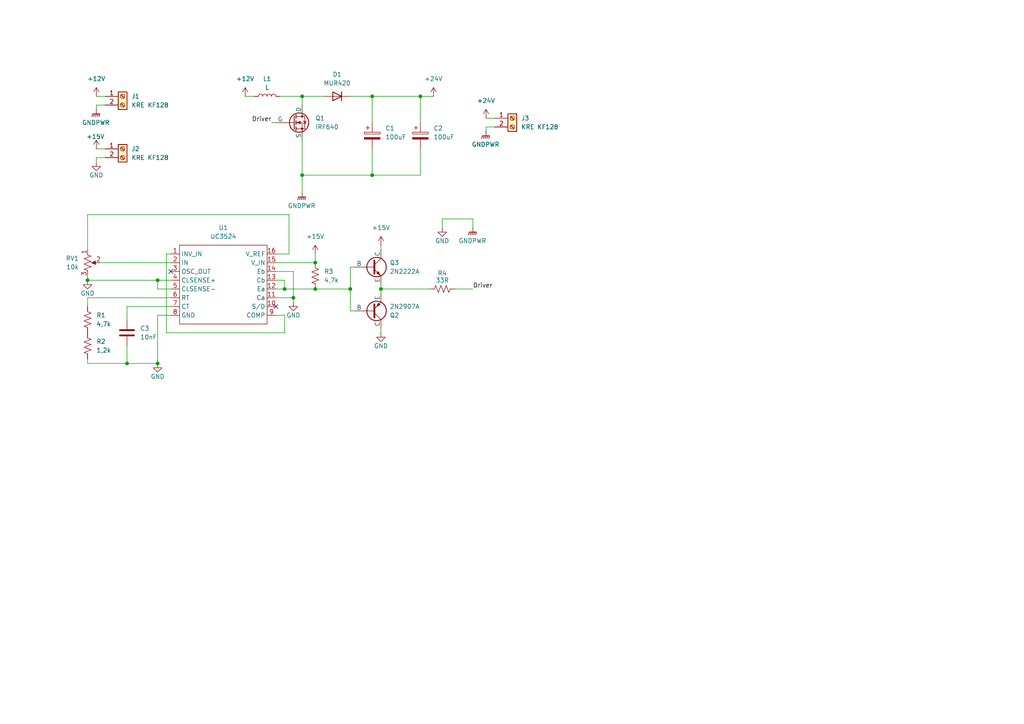
<source format=kicad_sch>
(kicad_sch (version 20250114) (generator "eeschema") (generator_version "9.0")
  (paper "A4")
  (lib_symbols
    (symbol "Connector:Screw_Terminal_01x02" (pin_names (offset 1.016) (hide yes))
      (property "Reference" "J" (at 0 2.54 0))
      (property "Value" "Screw_Terminal_01x02" (at 0 -5.08 0))
      (symbol "Screw_Terminal_01x02_1_1"
        (rectangle (start -1.27 1.27) (end 1.27 -3.81) (stroke (width 0.254)) (fill (type background)))
        (polyline (pts (xy -0.5334 0.3302) (xy 0.3302 -0.508)) (stroke (width 0.1524)))
        (polyline (pts (xy -0.5334 -2.2098) (xy 0.3302 -3.048)) (stroke (width 0.1524)))
        (polyline (pts (xy -0.3556 0.508) (xy 0.508 -0.3302)) (stroke (width 0.1524)))
        (polyline (pts (xy -0.3556 -2.032) (xy 0.508 -2.8702)) (stroke (width 0.1524)))
        (circle (center 0 0) (radius 0.635) (stroke (width 0.1524)))
        (circle (center 0 -2.54) (radius 0.635) (stroke (width 0.1524)))
        (pin passive line (at -5.08 0 0) (length 3.81) (name "Pin_1") (number "1"))
        (pin passive line (at -5.08 -2.54 0) (length 3.81) (name "Pin_2") (number "2"))
      )
    )
    (symbol "Device:C" (pin_numbers (hide yes)) (pin_names (offset 0.254))
      (property "Reference" "C" (at 0.635 2.54 0))
      (property "Value" "C" (at 0.635 -2.54 0))
      (symbol "C_0_1"
        (polyline (pts (xy -2.032 0.762) (xy 2.032 0.762)) (stroke (width 0.508)))
        (polyline (pts (xy -2.032 -0.762) (xy 2.032 -0.762)) (stroke (width 0.508)))
      )
      (symbol "C_1_1"
        (pin passive line (at 0 3.81 270) (length 2.794) (name "~") (number "1"))
        (pin passive line (at 0 -3.81 90) (length 2.794) (name "~") (number "2"))
      )
    )
    (symbol "Device:C_Polarized" (pin_numbers (hide yes)) (pin_names (offset 0.254))
      (property "Reference" "C" (at 0.635 2.54 0))
      (property "Value" "C_Polarized" (at 0.635 -2.54 0))
      (symbol "C_Polarized_0_1"
        (rectangle (start -2.286 0.508) (end 2.286 1.016))
        (polyline (pts (xy -1.778 2.286) (xy -0.762 2.286)))
        (polyline (pts (xy -1.27 2.794) (xy -1.27 1.778)))
        (rectangle (start 2.286 -0.508) (end -2.286 -1.016) (fill (type outline)))
      )
      (symbol "C_Polarized_1_1"
        (pin passive line (at 0 3.81 270) (length 2.794) (name "~") (number "1"))
        (pin passive line (at 0 -3.81 90) (length 2.794) (name "~") (number "2"))
      )
    )
    (symbol "Device:D" (pin_numbers (hide yes)) (pin_names (offset 1.016) (hide yes))
      (property "Reference" "D" (at 0 2.54 0))
      (property "Value" "D" (at 0 -2.54 0))
      (symbol "D_0_1"
        (polyline (pts (xy -1.27 1.27) (xy -1.27 -1.27)) (stroke (width 0.254)))
        (polyline (pts (xy 1.27 1.27) (xy 1.27 -1.27) (xy -1.27 0) (xy 1.27 1.27)) (stroke (width 0.254)))
        (polyline (pts (xy 1.27 0) (xy -1.27 0)))
      )
      (symbol "D_1_1"
        (pin passive line (at -3.81 0 0) (length 2.54) (name "K") (number "1"))
        (pin passive line (at 3.81 0 180) (length 2.54) (name "A") (number "2"))
      )
    )
    (symbol "Device:L" (pin_numbers (hide yes)) (pin_names (offset 1.016) (hide yes))
      (property "Reference" "L" (at -1.27 0 90))
      (property "Value" "L" (at 1.905 0 90))
      (symbol "L_0_1"
        (arc (start 0 2.54) (mid 0.6323 1.905) (end 0 1.27))
        (arc (start 0 1.27) (mid 0.6323 0.635) (end 0 0))
        (arc (start 0 0) (mid 0.6323 -0.635) (end 0 -1.27))
        (arc (start 0 -1.27) (mid 0.6323 -1.905) (end 0 -2.54))
      )
      (symbol "L_1_1"
        (pin passive line (at 0 3.81 270) (length 1.27) (name "1") (number "1"))
        (pin passive line (at 0 -3.81 90) (length 1.27) (name "2") (number "2"))
      )
    )
    (symbol "Device:R_Potentiometer_US" (pin_names (offset 1.016) (hide yes))
      (property "Reference" "RV" (at -4.445 0 90))
      (property "Value" "R_Potentiometer_US" (at -2.54 0 90))
      (symbol "R_Potentiometer_US_0_1"
        (polyline (pts (xy 0 2.54) (xy 0 2.286)))
        (polyline (pts (xy 0 2.286) (xy 1.016 1.905) (xy 0 1.524) (xy -1.016 1.143) (xy 0 0.762)))
        (polyline (pts (xy 0 0.762) (xy 1.016 0.381) (xy 0 0) (xy -1.016 -0.381) (xy 0 -0.762)))
        (polyline (pts (xy 0 -0.762) (xy 1.016 -1.143) (xy 0 -1.524) (xy -1.016 -1.905) (xy 0 -2.286)))
        (polyline (pts (xy 0 -2.286) (xy 0 -2.54)))
        (polyline (pts (xy 1.143 0) (xy 2.286 0.508) (xy 2.286 -0.508) (xy 1.143 0)) (fill (type outline)))
        (polyline (pts (xy 2.54 0) (xy 1.524 0)))
      )
      (symbol "R_Potentiometer_US_1_1"
        (pin passive line (at 0 3.81 270) (length 1.27) (name "1") (number "1"))
        (pin passive line (at 0 -3.81 90) (length 1.27) (name "3") (number "3"))
        (pin passive line (at 3.81 0 180) (length 1.27) (name "2") (number "2"))
      )
    )
    (symbol "Device:R_US" (pin_numbers (hide yes)) (pin_names (offset 0))
      (property "Reference" "R" (at 2.54 0 90))
      (property "Value" "R_US" (at -2.54 0 90))
      (symbol "R_US_0_1"
        (polyline (pts (xy 0 2.286) (xy 0 2.54)))
        (polyline (pts (xy 0 2.286) (xy 1.016 1.905) (xy 0 1.524) (xy -1.016 1.143) (xy 0 0.762)))
        (polyline (pts (xy 0 0.762) (xy 1.016 0.381) (xy 0 0) (xy -1.016 -0.381) (xy 0 -0.762)))
        (polyline (pts (xy 0 -0.762) (xy 1.016 -1.143) (xy 0 -1.524) (xy -1.016 -1.905) (xy 0 -2.286)))
        (polyline (pts (xy 0 -2.286) (xy 0 -2.54)))
      )
      (symbol "R_US_1_1"
        (pin passive line (at 0 3.81 270) (length 1.27) (name "~") (number "1"))
        (pin passive line (at 0 -3.81 90) (length 1.27) (name "~") (number "2"))
      )
    )
    (symbol "Simulation_SPICE:NMOS" (pin_numbers (hide yes)) (pin_names (offset 0))
      (property "Reference" "Q" (at 5.08 1.27 0))
      (property "Value" "NMOS" (at 5.08 -1.27 0))
      (symbol "NMOS_0_1"
        (polyline (pts (xy 0.254 1.905) (xy 0.254 -1.905)) (stroke (width 0.254)))
        (polyline (pts (xy 0.254 0) (xy -2.54 0)))
        (polyline (pts (xy 0.762 2.286) (xy 0.762 1.27)) (stroke (width 0.254)))
        (polyline (pts (xy 0.762 0.508) (xy 0.762 -0.508)) (stroke (width 0.254)))
        (polyline (pts (xy 0.762 -1.27) (xy 0.762 -2.286)) (stroke (width 0.254)))
        (polyline (pts (xy 0.762 -1.778) (xy 3.302 -1.778) (xy 3.302 1.778) (xy 0.762 1.778)))
        (polyline (pts (xy 1.016 0) (xy 2.032 0.381) (xy 2.032 -0.381) (xy 1.016 0)) (fill (type outline)))
        (circle (center 1.651 0) (radius 2.794) (stroke (width 0.254)))
        (polyline (pts (xy 2.54 2.54) (xy 2.54 1.778)))
        (circle (center 2.54 1.778) (radius 0.254) (fill (type outline)))
        (circle (center 2.54 -1.778) (radius 0.254) (fill (type outline)))
        (polyline (pts (xy 2.54 -2.54) (xy 2.54 0) (xy 0.762 0)))
        (polyline (pts (xy 2.794 0.508) (xy 2.921 0.381) (xy 3.683 0.381) (xy 3.81 0.254)))
        (polyline (pts (xy 3.302 0.381) (xy 2.921 -0.254) (xy 3.683 -0.254) (xy 3.302 0.381)))
      )
      (symbol "NMOS_1_1"
        (pin input line (at -5.08 0 0) (length 2.54) (name "G") (number "2"))
        (pin passive line (at 2.54 5.08 270) (length 2.54) (name "D") (number "1"))
        (pin passive line (at 2.54 -5.08 90) (length 2.54) (name "S") (number "3"))
      )
    )
    (symbol "Simulation_SPICE:NPN" (pin_numbers (hide yes)) (pin_names (offset 0))
      (property "Reference" "Q" (at -2.54 7.62 0))
      (property "Value" "NPN" (at -2.54 5.08 0))
      (symbol "NPN_0_1"
        (polyline (pts (xy -2.54 0) (xy 0.635 0)) (stroke (width 0.1524)))
        (polyline (pts (xy 0.635 1.905) (xy 0.635 -1.905) (xy 0.635 -1.905)) (stroke (width 0.508)))
        (polyline (pts (xy 0.635 0.635) (xy 2.54 2.54)))
        (polyline (pts (xy 0.635 -0.635) (xy 2.54 -2.54) (xy 2.54 -2.54)))
        (circle (center 1.27 0) (radius 2.8194) (stroke (width 0.254)))
        (polyline (pts (xy 1.27 -1.778) (xy 1.778 -1.27) (xy 2.286 -2.286) (xy 1.27 -1.778) (xy 1.27 -1.778)) (fill (type outline)))
        (polyline (pts (xy 2.794 -1.27) (xy 2.794 -1.27)) (stroke (width 0.1524)))
        (polyline (pts (xy 2.794 -1.27) (xy 2.794 -1.27)) (stroke (width 0.1524)))
      )
      (symbol "NPN_1_1"
        (pin input line (at -5.08 0 0) (length 2.54) (name "B") (number "2"))
        (pin open_collector line (at 2.54 5.08 270) (length 2.54) (name "C") (number "1"))
        (pin open_emitter line (at 2.54 -5.08 90) (length 2.54) (name "E") (number "3"))
      )
    )
    (symbol "Simulation_SPICE:PNP" (pin_numbers (hide yes)) (pin_names (offset 0))
      (property "Reference" "Q" (at -2.54 7.62 0))
      (property "Value" "PNP" (at -2.54 5.08 0))
      (symbol "PNP_0_1"
        (polyline (pts (xy -2.54 0) (xy 0.635 0)) (stroke (width 0.1524)))
        (polyline (pts (xy 0.635 1.905) (xy 0.635 -1.905) (xy 0.635 -1.905)) (stroke (width 0.508)))
        (polyline (pts (xy 0.635 0.635) (xy 2.54 2.54)))
        (polyline (pts (xy 0.635 -0.635) (xy 2.54 -2.54) (xy 2.54 -2.54)))
        (circle (center 1.27 0) (radius 2.8194) (stroke (width 0.254)))
        (polyline (pts (xy 2.286 -1.778) (xy 1.778 -2.286) (xy 1.27 -1.27) (xy 2.286 -1.778) (xy 2.286 -1.778)) (fill (type outline)))
      )
      (symbol "PNP_1_1"
        (pin input line (at -5.08 0 0) (length 2.54) (name "B") (number "2"))
        (pin open_collector line (at 2.54 5.08 270) (length 2.54) (name "C") (number "1"))
        (pin open_emitter line (at 2.54 -5.08 90) (length 2.54) (name "E") (number "3"))
      )
    )
    (symbol "UC3524:_1"
      (property "Reference" "U" (at 0 -12.7 0))
      (symbol "_1_0_1"
        (rectangle (start -12.7 11.43) (end 12.7 -11.43))
      )
      (symbol "_1_1_1"
        (pin input line (at -15.24 8.89 0) (length 2.54) (name "INV_IN") (number "1"))
        (pin input line (at -15.24 6.35 0) (length 2.54) (name "IN") (number "2"))
        (pin output line (at -15.24 3.81 0) (length 2.54) (name "OSC_OUT") (number "3"))
        (pin output line (at -15.24 1.27 0) (length 2.54) (name "CLSENSE+") (number "4"))
        (pin output line (at -15.24 -1.27 0) (length 2.54) (name "CLSENSE-") (number "5"))
        (pin bidirectional line (at -15.24 -3.81 0) (length 2.54) (name "RT") (number "6"))
        (pin bidirectional line (at -15.24 -6.35 0) (length 2.54) (name "CT") (number "7"))
        (pin bidirectional line (at -15.24 -8.89 0) (length 2.54) (name "GND") (number "8"))
        (pin bidirectional line (at 15.24 8.89 180) (length 2.54) (name "V_REF") (number "16"))
        (pin bidirectional line (at 15.24 6.35 180) (length 2.54) (name "V_IN") (number "15"))
        (pin bidirectional line (at 15.24 3.81 180) (length 2.54) (name "Eb") (number "14"))
        (pin bidirectional line (at 15.24 1.27 180) (length 2.54) (name "Cb") (number "13"))
        (pin bidirectional line (at 15.24 -1.27 180) (length 2.54) (name "Ea") (number "12"))
        (pin bidirectional line (at 15.24 -3.81 180) (length 2.54) (name "Ca") (number "11"))
        (pin bidirectional line (at 15.24 -6.35 180) (length 2.54) (name "S/D") (number "10"))
        (pin bidirectional line (at 15.24 -8.89 180) (length 2.54) (name "COMP") (number "9"))
      )
    )
    (symbol "power:+12V" (power) (pin_numbers (hide yes)) (pin_names (offset 0) (hide yes))
      (property "Value" "+12V" (at 0 3.556 0))
      (symbol "+12V_0_1"
        (polyline (pts (xy -0.762 1.27) (xy 0 2.54)))
        (polyline (pts (xy 0 2.54) (xy 0.762 1.27)))
        (polyline (pts (xy 0 0) (xy 0 2.54)))
      )
      (symbol "+12V_1_1"
        (pin power_in line (at 0 0 90) (length 0) (name "~") (number "1"))
      )
    )
    (symbol "power:+15V" (power) (pin_numbers (hide yes)) (pin_names (offset 0) (hide yes))
      (property "Value" "+15V" (at 0 3.556 0))
      (symbol "+15V_0_1"
        (polyline (pts (xy -0.762 1.27) (xy 0 2.54)))
        (polyline (pts (xy 0 2.54) (xy 0.762 1.27)))
        (polyline (pts (xy 0 0) (xy 0 2.54)))
      )
      (symbol "+15V_1_1"
        (pin power_in line (at 0 0 90) (length 0) (name "~") (number "1"))
      )
    )
    (symbol "power:+24V" (power) (pin_numbers (hide yes)) (pin_names (offset 0) (hide yes))
      (property "Value" "+24V" (at 0 3.556 0))
      (symbol "+24V_0_1"
        (polyline (pts (xy -0.762 1.27) (xy 0 2.54)))
        (polyline (pts (xy 0 2.54) (xy 0.762 1.27)))
        (polyline (pts (xy 0 0) (xy 0 2.54)))
      )
      (symbol "+24V_1_1"
        (pin power_in line (at 0 0 90) (length 0) (name "~") (number "1"))
      )
    )
    (symbol "power:GND" (power) (pin_numbers (hide yes)) (pin_names (offset 0) (hide yes))
      (property "Value" "GND" (at 0 -3.81 0))
      (symbol "GND_0_1"
        (polyline (pts (xy 0 0) (xy 0 -1.27) (xy 1.27 -1.27) (xy 0 -2.54) (xy -1.27 -1.27) (xy 0 -1.27)))
      )
      (symbol "GND_1_1"
        (pin power_in line (at 0 0 270) (length 0) (name "~") (number "1"))
      )
    )
    (symbol "power:GNDPWR" (power) (pin_numbers (hide yes)) (pin_names (offset 0) (hide yes))
      (property "Value" "GNDPWR" (at 0 -3.302 0))
      (symbol "GNDPWR_0_1"
        (polyline (pts (xy -1.016 -1.27) (xy -1.27 -2.032) (xy -1.27 -2.032)) (stroke (width 0.2032)))
        (polyline (pts (xy -0.508 -1.27) (xy -0.762 -2.032) (xy -0.762 -2.032)) (stroke (width 0.2032)))
        (polyline (pts (xy 0 -1.27) (xy 0 0)))
        (polyline (pts (xy 0 -1.27) (xy -0.254 -2.032) (xy -0.254 -2.032)) (stroke (width 0.2032)))
        (polyline (pts (xy 0.508 -1.27) (xy 0.254 -2.032) (xy 0.254 -2.032)) (stroke (width 0.2032)))
        (polyline (pts (xy 1.016 -1.27) (xy -1.016 -1.27) (xy -1.016 -1.27)) (stroke (width 0.2032)))
        (polyline (pts (xy 1.016 -1.27) (xy 0.762 -2.032) (xy 0.762 -2.032) (xy 0.762 -2.032)) (stroke (width 0.2032)))
      )
      (symbol "GNDPWR_1_1"
        (pin power_in line (at 0 0 270) (length 0) (name "~") (number "1"))
      )
    )
  )
  (junction (at 45.72 81.28))
  (junction (at 91.44 76.2))
  (junction (at 107.95 27.94))
  (junction (at 107.95 50.8))
  (junction (at 82.55 83.82))
  (junction (at 87.63 50.8))
  (junction (at 25.4 81.28))
  (junction (at 36.83 105.41))
  (junction (at 45.72 105.41))
  (junction (at 101.6 83.82))
  (junction (at 110.49 83.82))
  (junction (at 87.63 27.94))
  (junction (at 85.09 86.36))
  (junction (at 91.44 83.82))
  (junction (at 121.92 27.94))
  (no_connect (at 80.01 88.9))
  (no_connect (at 49.53 78.74))
  (wire (pts (xy 85.09 86.36) (xy 85.09 87.63)))
  (wire (pts (xy 49.53 91.44) (xy 45.72 91.44)))
  (wire (pts (xy 83.82 62.23) (xy 83.82 73.66)))
  (wire (pts (xy 107.95 27.94) (xy 121.92 27.94)))
  (wire (pts (xy 110.49 83.82) (xy 124.46 83.82)))
  (wire (pts (xy 27.94 27.94) (xy 30.48 27.94)))
  (wire (pts (xy 48.26 73.66) (xy 48.26 96.52)))
  (wire (pts (xy 110.49 83.82) (xy 110.49 85.09)))
  (wire (pts (xy 81.28 27.94) (xy 87.63 27.94)))
  (wire (pts (xy 85.09 78.74) (xy 85.09 86.36)))
  (wire (pts (xy 128.27 63.5) (xy 137.16 63.5)))
  (wire (pts (xy 140.97 34.29) (xy 143.51 34.29)))
  (wire (pts (xy 49.53 73.66) (xy 48.26 73.66)))
  (wire (pts (xy 45.72 91.44) (xy 45.72 105.41)))
  (wire (pts (xy 30.48 45.72) (xy 27.94 45.72)))
  (wire (pts (xy 78.74 35.56) (xy 80.01 35.56)))
  (wire (pts (xy 45.72 83.82) (xy 49.53 83.82)))
  (wire (pts (xy 128.27 66.04) (xy 128.27 63.5)))
  (wire (pts (xy 27.94 31.75) (xy 27.94 30.48)))
  (wire (pts (xy 87.63 27.94) (xy 93.98 27.94)))
  (wire (pts (xy 87.63 50.8) (xy 87.63 55.88)))
  (wire (pts (xy 49.53 81.28) (xy 45.72 81.28)))
  (wire (pts (xy 121.92 27.94) (xy 125.73 27.94)))
  (wire (pts (xy 27.94 30.48) (xy 30.48 30.48)))
  (wire (pts (xy 101.6 90.17) (xy 101.6 83.82)))
  (wire (pts (xy 83.82 73.66) (xy 80.01 73.66)))
  (wire (pts (xy 25.4 72.39) (xy 25.4 62.23)))
  (wire (pts (xy 82.55 83.82) (xy 91.44 83.82)))
  (wire (pts (xy 25.4 104.14) (xy 25.4 105.41)))
  (wire (pts (xy 107.95 27.94) (xy 107.95 35.56)))
  (wire (pts (xy 121.92 27.94) (xy 121.92 35.56)))
  (wire (pts (xy 102.87 77.47) (xy 101.6 77.47)))
  (wire (pts (xy 87.63 27.94) (xy 87.63 30.48)))
  (wire (pts (xy 102.87 90.17) (xy 101.6 90.17)))
  (wire (pts (xy 71.12 27.94) (xy 73.66 27.94)))
  (wire (pts (xy 110.49 82.55) (xy 110.49 83.82)))
  (wire (pts (xy 45.72 81.28) (xy 45.72 83.82)))
  (wire (pts (xy 80.01 76.2) (xy 91.44 76.2)))
  (wire (pts (xy 82.55 81.28) (xy 82.55 83.82)))
  (wire (pts (xy 25.4 88.9) (xy 25.4 86.36)))
  (wire (pts (xy 36.83 88.9) (xy 49.53 88.9)))
  (wire (pts (xy 101.6 77.47) (xy 101.6 83.82)))
  (wire (pts (xy 25.4 80.01) (xy 25.4 81.28)))
  (wire (pts (xy 137.16 63.5) (xy 137.16 66.04)))
  (wire (pts (xy 101.6 83.82) (xy 91.44 83.82)))
  (wire (pts (xy 25.4 81.28) (xy 45.72 81.28)))
  (wire (pts (xy 25.4 86.36) (xy 49.53 86.36)))
  (wire (pts (xy 110.49 95.25) (xy 110.49 96.52)))
  (wire (pts (xy 27.94 43.18) (xy 30.48 43.18)))
  (wire (pts (xy 107.95 43.18) (xy 107.95 50.8)))
  (wire (pts (xy 101.6 27.94) (xy 107.95 27.94)))
  (wire (pts (xy 36.83 92.71) (xy 36.83 88.9)))
  (wire (pts (xy 82.55 96.52) (xy 82.55 91.44)))
  (wire (pts (xy 140.97 38.1) (xy 140.97 36.83)))
  (wire (pts (xy 91.44 73.66) (xy 91.44 76.2)))
  (wire (pts (xy 80.01 86.36) (xy 85.09 86.36)))
  (wire (pts (xy 107.95 50.8) (xy 121.92 50.8)))
  (wire (pts (xy 80.01 83.82) (xy 82.55 83.82)))
  (wire (pts (xy 132.08 83.82) (xy 137.16 83.82)))
  (wire (pts (xy 25.4 62.23) (xy 83.82 62.23)))
  (wire (pts (xy 36.83 105.41) (xy 45.72 105.41)))
  (wire (pts (xy 121.92 43.18) (xy 121.92 50.8)))
  (wire (pts (xy 80.01 81.28) (xy 82.55 81.28)))
  (wire (pts (xy 29.21 76.2) (xy 49.53 76.2)))
  (wire (pts (xy 80.01 78.74) (xy 85.09 78.74)))
  (wire (pts (xy 140.97 36.83) (xy 143.51 36.83)))
  (wire (pts (xy 110.49 71.12) (xy 110.49 72.39)))
  (wire (pts (xy 87.63 50.8) (xy 107.95 50.8)))
  (wire (pts (xy 48.26 96.52) (xy 82.55 96.52)))
  (wire (pts (xy 36.83 100.33) (xy 36.83 105.41)))
  (wire (pts (xy 25.4 105.41) (xy 36.83 105.41)))
  (wire (pts (xy 27.94 45.72) (xy 27.94 46.99)))
  (wire (pts (xy 82.55 91.44) (xy 80.01 91.44)))
  (wire (pts (xy 87.63 40.64) (xy 87.63 50.8)))
  (label "Driver" (at 137.16 83.82 0))
  (label "Driver" (at 78.74 35.56 180))
  (symbol (lib_id "power:GND") (at 25.4 81.28 0) (unit 1)
    (property "Reference" "#PWR011" (effects (hide yes)))
    (property "Value" "GND" (at 25.4 85.09 0))
    (property "Description" "Power symbol creates a global label with name \"GND\" , ground" (effects (hide yes)))
  )
  (symbol (lib_id "power:GNDPWR") (at 27.94 31.75 0) (unit 1)
    (property "Reference" "#PWR02" (effects (hide yes)))
    (property "Value" "GNDPWR" (at 27.813 35.56 0))
    (property "Description" "Power symbol creates a global label with name \"GNDPWR\" , global ground" (effects (hide yes)))
  )
  (symbol (lib_id "Connector:Screw_Terminal_01x02") (at 35.56 27.94 0) (unit 1)
    (property "Reference" "J1" (at 38.1 27.9399 0) (effects (justify left)))
    (property "Value" "KRE KF128" (at 38.1 30.4799 0) (effects (justify left)))
    (property "Footprint" "KRE:KF128 2 VIAS" (effects (hide yes)))
    (property "Description" "Generic screw terminal, single row, 01x02, script generated (kicad-library-utils/schlib/autogen/connector/)" (effects (hide yes)))
  )
  (symbol (lib_id "power:GNDPWR") (at 140.97 38.1 0) (unit 1)
    (property "Reference" "#PWR09" (effects (hide yes)))
    (property "Value" "GNDPWR" (at 140.843 41.91 0))
    (property "Description" "Power symbol creates a global label with name \"GNDPWR\" , global ground" (effects (hide yes)))
  )
  (symbol (lib_id "Device:R_US") (at 128.27 83.82 90) (unit 1)
    (property "Reference" "R4" (at 128.27 79.248 90))
    (property "Value" "33R" (at 128.27 81.28 90))
    (property "Footprint" "Resistor_THT:R_Axial_DIN0207_L6.3mm_D2.5mm_P10.16mm_Horizontal" (effects (hide yes)))
    (property "Description" "Resistor, US symbol" (effects (hide yes)))
  )
  (symbol (lib_id "Device:C_Polarized") (at 121.92 39.37 0) (unit 1)
    (property "Reference" "C2" (at 125.73 37.2109 0) (effects (justify left)))
    (property "Value" "100uF" (at 125.73 39.7509 0) (effects (justify left)))
    (property "Footprint" "Capacitor_THT:CP_Radial_D8.0mm_P5.00mm" (effects (hide yes)))
    (property "Description" "Polarized capacitor" (effects (hide yes)))
  )
  (symbol (lib_id "Device:R_US") (at 25.4 100.33 0) (unit 1)
    (property "Reference" "R2" (at 27.94 99.0599 0) (effects (justify left)))
    (property "Value" "1,2k" (at 27.94 101.5999 0) (effects (justify left)))
    (property "Footprint" "Resistor_THT:R_Axial_DIN0309_L9.0mm_D3.2mm_P2.54mm_Vertical" (effects (hide yes)))
    (property "Description" "Resistor, US symbol" (effects (hide yes)))
  )
  (symbol (lib_id "power:GND") (at 128.27 66.04 0) (unit 1)
    (property "Reference" "#PWR016" (effects (hide yes)))
    (property "Value" "GND" (at 128.27 69.85 0))
    (property "Description" "Power symbol creates a global label with name \"GND\" , ground" (effects (hide yes)))
  )
  (symbol (lib_id "Connector:Screw_Terminal_01x02") (at 35.56 43.18 0) (unit 1)
    (property "Reference" "J2" (at 38.1 43.1799 0) (effects (justify left)))
    (property "Value" "KRE KF128" (at 38.1 45.7199 0) (effects (justify left)))
    (property "Footprint" "KRE:KF128 2 VIAS" (effects (hide yes)))
    (property "Description" "Generic screw terminal, single row, 01x02, script generated (kicad-library-utils/schlib/autogen/connector/)" (effects (hide yes)))
  )
  (symbol (lib_id "Device:R_US") (at 25.4 92.71 0) (unit 1)
    (property "Reference" "R1" (at 27.94 91.4399 0) (effects (justify left)))
    (property "Value" "4,7k" (at 27.94 93.9799 0) (effects (justify left)))
    (property "Footprint" "Resistor_THT:R_Axial_DIN0207_L6.3mm_D2.5mm_P10.16mm_Horizontal" (effects (hide yes)))
    (property "Description" "Resistor, US symbol" (effects (hide yes)))
  )
  (symbol (lib_id "power:+12V") (at 27.94 27.94 0) (unit 1)
    (property "Reference" "#PWR01" (effects (hide yes)))
    (property "Value" "+12V" (at 27.94 22.86 0))
    (property "Description" "Power symbol creates a global label with name \"+12V\"" (effects (hide yes)))
  )
  (symbol (lib_id "Simulation_SPICE:NPN") (at 107.95 77.47 0) (unit 1)
    (property "Reference" "Q3" (at 113.03 76.1999 0) (effects (justify left)))
    (property "Value" "2N2222A" (at 113.03 78.7399 0) (effects (justify left)))
    (property "Footprint" "Package_TO_SOT_THT:TO-92" (effects (hide yes)))
    (property "Datasheet" "https://ngspice.sourceforge.io/docs/ngspice-html-manual/manual.xhtml#cha_BJTs" (effects (hide yes)))
    (property "Description" "Bipolar transistor symbol for simulation only, substrate tied to the emitter" (effects (hide yes)))
    (property "Sim.Device" "NPN" (effects (hide yes)))
    (property "Sim.Type" "GUMMELPOON" (effects (hide yes)))
    (property "Sim.Pins" "1=C 2=B 3=E" (effects (hide yes)))
  )
  (symbol (lib_id "Connector:Screw_Terminal_01x02") (at 148.59 34.29 0) (unit 1)
    (property "Reference" "J3" (at 151.13 34.2899 0) (effects (justify left)))
    (property "Value" "KRE KF128" (at 151.13 36.8299 0) (effects (justify left)))
    (property "Footprint" "KRE:KF128 2 VIAS" (effects (hide yes)))
    (property "Description" "Generic screw terminal, single row, 01x02, script generated (kicad-library-utils/schlib/autogen/connector/)" (effects (hide yes)))
  )
  (symbol (lib_id "power:+24V") (at 125.73 27.94 0) (unit 1)
    (property "Reference" "#PWR07" (effects (hide yes)))
    (property "Value" "+24V" (at 125.73 22.86 0))
    (property "Description" "Power symbol creates a global label with name \"+24V\"" (effects (hide yes)))
  )
  (symbol (lib_id "power:+15V") (at 110.49 71.12 0) (unit 1)
    (property "Reference" "#PWR014" (effects (hide yes)))
    (property "Value" "+15V" (at 110.49 66.04 0))
    (property "Description" "Power symbol creates a global label with name \"+15V\"" (effects (hide yes)))
  )
  (symbol (lib_id "power:+12V") (at 71.12 27.94 0) (unit 1)
    (property "Reference" "#PWR05" (effects (hide yes)))
    (property "Value" "+12V" (at 71.12 22.86 0))
    (property "Description" "Power symbol creates a global label with name \"+12V\"" (effects (hide yes)))
  )
  (symbol (lib_id "power:+15V") (at 91.44 73.66 0) (unit 1)
    (property "Reference" "#PWR013" (effects (hide yes)))
    (property "Value" "+15V" (at 91.44 68.58 0))
    (property "Description" "Power symbol creates a global label with name \"+15V\"" (effects (hide yes)))
  )
  (symbol (lib_id "Device:L") (at 77.47 27.94 90) (unit 1)
    (property "Reference" "L1" (at 77.47 22.86 90))
    (property "Value" "L" (at 77.47 25.4 90))
    (property "Description" "Inductor" (effects (hide yes)))
  )
  (symbol (lib_id "power:GND") (at 85.09 87.63 0) (unit 1)
    (property "Reference" "#PWR012" (effects (hide yes)))
    (property "Value" "GND" (at 85.09 91.44 0))
    (property "Description" "Power symbol creates a global label with name \"GND\" , ground" (effects (hide yes)))
  )
  (symbol (lib_id "Simulation_SPICE:NMOS") (at 85.09 35.56 0) (unit 1)
    (property "Reference" "Q1" (at 91.44 34.2899 0) (effects (justify left)))
    (property "Value" "IRF640" (at 91.44 36.8299 0) (effects (justify left)))
    (property "Footprint" "digikey-footprints:TO-220-3" (effects (hide yes)))
    (property "Datasheet" "https://www.vishay.com/docs/91036/sihf640.pdf" (effects (hide yes)))
    (property "Description" "N-MOSFET transistor, drain/source/gate" (effects (hide yes)))
    (property "Sim.Device" "NMOS" (effects (hide yes)))
    (property "Sim.Type" "VDMOS" (effects (hide yes)))
    (property "Sim.Pins" "1=D 2=G 3=S" (effects (hide yes)))
  )
  (symbol (lib_id "UC3524:_1") (at 64.77 82.55 0) (unit 1)
    (property "Reference" "U1" (at 64.77 66.04 0))
    (property "Value" "UC3524" (at 64.77 68.58 0))
    (property "Footprint" "Package_DIP:DIP-16_W7.62mm_Socket" (effects (hide yes)))
  )
  (symbol (lib_id "Device:C") (at 36.83 96.52 0) (unit 1)
    (property "Reference" "C3" (at 40.64 95.2499 0) (effects (justify left)))
    (property "Value" "10nF" (at 40.64 97.7899 0) (effects (justify left)))
    (property "Footprint" "Capacitor_THT:C_Rect_L7.0mm_W2.0mm_P5.00mm" (effects (hide yes)))
    (property "Description" "Unpolarized capacitor" (effects (hide yes)))
  )
  (symbol (lib_id "power:GNDPWR") (at 87.63 55.88 0) (unit 1)
    (property "Reference" "#PWR06" (effects (hide yes)))
    (property "Value" "GNDPWR" (at 87.503 59.69 0))
    (property "Description" "Power symbol creates a global label with name \"GNDPWR\" , global ground" (effects (hide yes)))
  )
  (symbol (lib_id "power:GND") (at 45.72 105.41 0) (unit 1)
    (property "Reference" "#PWR010" (effects (hide yes)))
    (property "Value" "GND" (at 45.72 109.22 0))
    (property "Description" "Power symbol creates a global label with name \"GND\" , ground" (effects (hide yes)))
  )
  (symbol (lib_id "Device:C_Polarized") (at 107.95 39.37 0) (unit 1)
    (property "Reference" "C1" (at 111.76 37.2109 0) (effects (justify left)))
    (property "Value" "100uF" (at 111.76 39.7509 0) (effects (justify left)))
    (property "Footprint" "Capacitor_THT:CP_Radial_D8.0mm_P5.00mm" (effects (hide yes)))
    (property "Description" "Polarized capacitor" (effects (hide yes)))
  )
  (symbol (lib_id "Simulation_SPICE:PNP") (at 107.95 90.17 0) (mirror x) (unit 1)
    (property "Reference" "Q2" (at 113.03 91.4401 0) (effects (justify left)))
    (property "Value" "2N2907A" (at 113.03 88.9001 0) (effects (justify left)))
    (property "Footprint" "Package_TO_SOT_THT:TO-92" (effects (hide yes)))
    (property "Datasheet" "https://ngspice.sourceforge.io/docs/ngspice-html-manual/manual.xhtml#cha_BJTs" (effects (hide yes)))
    (property "Description" "Bipolar transistor symbol for simulation only, substrate tied to the emitter" (effects (hide yes)))
    (property "Sim.Device" "PNP" (effects (hide yes)))
    (property "Sim.Type" "GUMMELPOON" (effects (hide yes)))
    (property "Sim.Pins" "1=C 2=B 3=E" (effects (hide yes)))
  )
  (symbol (lib_id "power:GND") (at 27.94 46.99 0) (unit 1)
    (property "Reference" "#PWR03" (effects (hide yes)))
    (property "Value" "GND" (at 27.94 50.8 0))
    (property "Description" "Power symbol creates a global label with name \"GND\" , ground" (effects (hide yes)))
  )
  (symbol (lib_id "Device:R_Potentiometer_US") (at 25.4 76.2 0) (unit 1)
    (property "Reference" "RV1" (at 22.86 74.9299 0) (effects (justify right)))
    (property "Value" "10k" (at 22.86 77.4699 0) (effects (justify right)))
    (property "Footprint" "Potentiometer_THT:Potentiometer_Bourns_3296W_Vertical" (effects (hide yes)))
    (property "Description" "Potentiometer, US symbol" (effects (hide yes)))
  )
  (symbol (lib_id "power:GND") (at 110.49 96.52 0) (unit 1)
    (property "Reference" "#PWR015" (effects (hide yes)))
    (property "Value" "GND" (at 110.49 100.33 0))
    (property "Description" "Power symbol creates a global label with name \"GND\" , ground" (effects (hide yes)))
  )
  (symbol (lib_id "power:+12V") (at 140.97 34.29 0) (unit 1)
    (property "Reference" "#PWR08" (effects (hide yes)))
    (property "Value" "+24V" (at 140.97 29.21 0))
    (property "Description" "Power symbol creates a global label with name \"+12V\"" (effects (hide yes)))
  )
  (symbol (lib_id "power:+15V") (at 27.94 43.18 0) (unit 1)
    (property "Reference" "#PWR04" (effects (hide yes)))
    (property "Value" "+15V" (at 27.686 39.624 0))
    (property "Description" "Power symbol creates a global label with name \"+15V\"" (effects (hide yes)))
  )
  (symbol (lib_id "Device:R_US") (at 91.44 80.01 0) (unit 1)
    (property "Reference" "R3" (at 93.98 78.7399 0) (effects (justify left)))
    (property "Value" "4,7k" (at 93.98 81.2799 0) (effects (justify left)))
    (property "Footprint" "Resistor_THT:R_Axial_DIN0207_L6.3mm_D2.5mm_P10.16mm_Horizontal" (effects (hide yes)))
    (property "Description" "Resistor, US symbol" (effects (hide yes)))
  )
  (symbol (lib_id "power:GNDPWR") (at 137.16 66.04 0) (unit 1)
    (property "Reference" "#PWR017" (effects (hide yes)))
    (property "Value" "GNDPWR" (at 137.033 69.85 0))
    (property "Description" "Power symbol creates a global label with name \"GNDPWR\" , global ground" (effects (hide yes)))
  )
  (symbol (lib_id "Device:D") (at 97.79 27.94 180) (unit 1)
    (property "Reference" "D1" (at 97.79 21.59 0))
    (property "Value" "MUR420" (at 97.79 24.13 0))
    (property "Footprint" "Diodos_Diferentes:MUR420" (effects (hide yes)))
    (property "Datasheet" "https://diotec.com/request/datasheet/mur420.pdf" (effects (hide yes)))
    (property "Description" "Diode" (effects (hide yes)))
    (property "Sim.Device" "D" (effects (hide yes)))
    (property "Sim.Pins" "1=K 2=A" (effects (hide yes)))
  )
)
</source>
